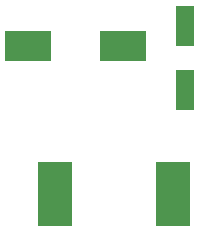
<source format=gbp>
G04 Layer_Color=128*
%FSLAX44Y44*%
%MOMM*%
G71*
G01*
G75*
%ADD20R,4.0000X2.5000*%
%ADD21R,1.6000X3.5000*%
%ADD22R,3.0000X5.4000*%
D20*
X-72500Y-67500D02*
D03*
X7500D02*
D03*
D21*
X60000Y-50500D02*
D03*
Y-104500D02*
D03*
D22*
X-50000Y-192500D02*
D03*
X50000D02*
D03*
M02*

</source>
